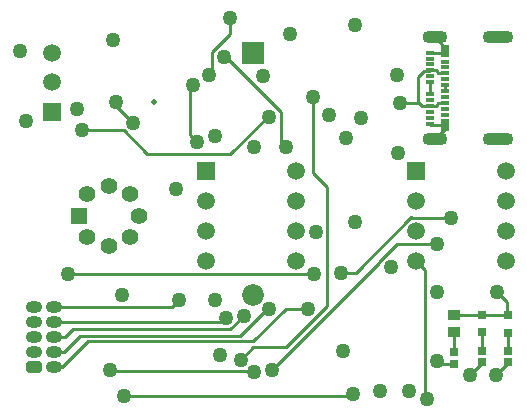
<source format=gbl>
G04*
G04 #@! TF.GenerationSoftware,Altium Limited,CircuitMaker,2.2.1 (2.2.1.6)*
G04*
G04 Layer_Physical_Order=4*
G04 Layer_Color=11436288*
%FSAX24Y24*%
%MOIN*%
G70*
G04*
G04 #@! TF.SameCoordinates,15A7914E-F671-45A4-99F6-4AAA3CFDCD00*
G04*
G04*
G04 #@! TF.FilePolarity,Positive*
G04*
G01*
G75*
%ADD14C,0.0100*%
%ADD21R,0.0591X0.0591*%
%ADD27R,0.0256X0.0276*%
%ADD87C,0.0728*%
%ADD88R,0.0728X0.0728*%
%ADD89R,0.0551X0.0551*%
%ADD90C,0.0551*%
G04:AMPARAMS|DCode=91|XSize=39.4mil|YSize=55.1mil|CornerRadius=0mil|HoleSize=0mil|Usage=FLASHONLY|Rotation=270.000|XOffset=0mil|YOffset=0mil|HoleType=Round|Shape=Octagon|*
%AMOCTAGOND91*
4,1,8,0.0276,0.0098,0.0276,-0.0098,0.0177,-0.0197,-0.0177,-0.0197,-0.0276,-0.0098,-0.0276,0.0098,-0.0177,0.0197,0.0177,0.0197,0.0276,0.0098,0.0*
%
%ADD91OCTAGOND91*%

%ADD92O,0.0551X0.0394*%
%ADD93C,0.0591*%
%ADD94R,0.0591X0.0591*%
%ADD95O,0.0827X0.0433*%
%ADD96O,0.1024X0.0433*%
%ADD97C,0.0500*%
%ADD98C,0.0197*%
%ADD109R,0.0276X0.0394*%
%ADD110R,0.0276X0.0118*%
%ADD111R,0.0315X0.0315*%
%ADD112R,0.0413X0.0374*%
D14*
X027450Y019184D02*
X027940Y018694D01*
Y014738D02*
Y018694D01*
X026572Y013370D02*
X027940Y014738D01*
X027500Y015800D02*
X027550D01*
X027560Y015810D01*
X019300D02*
X027560D01*
X021150Y011750D02*
X028750D01*
X028800Y011800D01*
X020740Y012560D02*
X025490D01*
X019960Y013560D02*
X025462D01*
X019700Y013750D02*
X025045D01*
X019460Y013960D02*
X024712D01*
X024400Y014200D02*
X024550Y014350D01*
X019100Y012700D02*
X019960Y013560D01*
X019150Y013200D02*
X019700Y013750D01*
X019200Y013700D02*
X019460Y013960D01*
X025045Y013750D02*
X025945Y014650D01*
X031520Y023701D02*
X031870Y023350D01*
Y023220D02*
Y023350D01*
X031831Y023181D02*
X031870Y023220D01*
X031358Y023181D02*
X031831D01*
X031520Y020299D02*
X031870Y020650D01*
Y020780D01*
X031398D02*
X031870D01*
X031358Y020819D02*
X031398Y020780D01*
X033935Y014435D02*
Y014865D01*
X032150Y014435D02*
X033935D01*
X033600Y015200D02*
X033935Y014865D01*
X024708Y019810D02*
X025948Y021050D01*
X026000D01*
X022750Y014700D02*
X023000Y014950D01*
X018750Y014700D02*
X022750D01*
X030749Y017685D02*
X032065D01*
X032074Y017676D01*
X030734Y017700D02*
X030749Y017685D01*
X028884Y015850D02*
X030734Y017700D01*
X028400Y015850D02*
X028884D01*
X030248Y016800D02*
X031600D01*
X029660Y016212D02*
X030248Y016800D01*
X029660Y016160D02*
Y016212D01*
X026100Y012600D02*
X029660Y016160D01*
X027450Y019184D02*
Y021700D01*
X025050Y012950D02*
X025470Y013370D01*
X026572D01*
X025490Y012560D02*
X025500Y012550D01*
X020700Y012600D02*
X020740Y012560D01*
X031870Y021902D02*
Y022098D01*
X030900Y021500D02*
X030950Y021550D01*
X030350Y021500D02*
X030900D01*
X030950Y021550D02*
X031083Y021417D01*
X030950Y021550D02*
Y022366D01*
X031167Y022583D01*
X031350D01*
X031358Y022591D01*
X031350Y021417D02*
X031358Y021409D01*
X031083Y021417D02*
X031350D01*
X031862Y021500D02*
X031870Y021508D01*
X031633Y021500D02*
X031862D01*
X031602Y021470D02*
X031633Y021500D01*
X031602Y021409D02*
Y021470D01*
X031358Y021409D02*
X031602D01*
X031862Y022500D02*
X031870Y022492D01*
X031633Y022500D02*
X031862D01*
X031602Y022530D02*
X031633Y022500D01*
X031602Y022530D02*
Y022591D01*
X031358D02*
X031602D01*
X031358Y021803D02*
Y022197D01*
X026552Y014650D02*
X027300D01*
X025462Y013560D02*
X026552Y014650D01*
X018750Y012700D02*
X019100D01*
X025945Y014650D02*
X026000D01*
X018750Y013200D02*
X019150D01*
X018750Y013700D02*
X019200D01*
X024712Y013960D02*
X025150Y014398D01*
Y014407D01*
X018750Y014200D02*
X024400D01*
X031210Y011690D02*
X031250Y011650D01*
X030900Y016250D02*
X031210Y015940D01*
Y011690D02*
Y015940D01*
X031600Y012900D02*
X031687Y012813D01*
X032150D01*
X033550Y012450D02*
X033950Y012850D01*
Y012863D01*
X032700Y012450D02*
X033100Y012850D01*
Y012863D01*
X032054Y012909D02*
X032150Y012813D01*
X024000Y022450D02*
X024110Y022560D01*
Y023212D01*
X024700Y023802D01*
Y024350D01*
X024500Y023102D02*
X026390Y021212D01*
X024500Y023050D02*
Y023102D01*
X023350Y022000D02*
X023450Y022100D01*
X023350Y020450D02*
Y022000D01*
X026390Y020210D02*
X026550Y020050D01*
X026390Y020210D02*
Y021212D01*
X019750Y020600D02*
X021148D01*
X021938Y019810D01*
X024708D01*
X020900Y021400D02*
X021450Y020850D01*
X020900Y021400D02*
Y021550D01*
X023350Y020450D02*
X023600Y020200D01*
X032150Y013200D02*
Y013850D01*
X033100Y013200D02*
Y013850D01*
X033950Y013200D02*
Y013850D01*
D21*
X018750Y021216D02*
D03*
D27*
X033100Y012863D02*
D03*
Y013237D02*
D03*
X033950D02*
D03*
Y012863D02*
D03*
X032150Y013187D02*
D03*
Y012813D02*
D03*
D87*
X025450Y015117D02*
D03*
D88*
Y023183D02*
D03*
D89*
X019650Y017750D02*
D03*
D90*
X019943Y017043D02*
D03*
X020650Y016750D02*
D03*
X021357Y017043D02*
D03*
X021650Y017750D02*
D03*
X021357Y018457D02*
D03*
X020650Y018750D02*
D03*
X019943Y018457D02*
D03*
D91*
X018180Y012700D02*
D03*
D92*
X018820D02*
D03*
X018180Y013200D02*
D03*
X018820D02*
D03*
X018180Y013700D02*
D03*
X018820D02*
D03*
X018180Y014200D02*
D03*
X018820D02*
D03*
X018180Y014700D02*
D03*
X018820D02*
D03*
D93*
X018750Y023184D02*
D03*
Y022200D02*
D03*
X026900Y016250D02*
D03*
Y017250D02*
D03*
Y018250D02*
D03*
Y019250D02*
D03*
X023900Y016250D02*
D03*
Y017250D02*
D03*
Y018250D02*
D03*
X030900D02*
D03*
Y017250D02*
D03*
Y016250D02*
D03*
X033900Y019250D02*
D03*
Y018250D02*
D03*
Y017250D02*
D03*
Y016250D02*
D03*
D94*
X023900Y019250D02*
D03*
X030900D02*
D03*
D95*
X031520Y023701D02*
D03*
Y020299D02*
D03*
D96*
X033630Y023701D02*
D03*
Y020299D02*
D03*
D97*
X019600Y021300D02*
D03*
X020800Y023600D02*
D03*
X027500Y015800D02*
D03*
X028450Y013250D02*
D03*
X030300Y019850D02*
D03*
X030050Y016050D02*
D03*
X029700Y011900D02*
D03*
X024350Y013100D02*
D03*
X024550Y014350D02*
D03*
X024200Y014950D02*
D03*
X033600Y015200D02*
D03*
X028550Y020350D02*
D03*
X028000Y021100D02*
D03*
X024200Y020400D02*
D03*
X028850Y017550D02*
D03*
X025500Y020050D02*
D03*
X027550Y017200D02*
D03*
X029050Y021000D02*
D03*
X031600Y015200D02*
D03*
X030650Y011900D02*
D03*
X023000Y014950D02*
D03*
X021100Y015100D02*
D03*
X022900Y018650D02*
D03*
X025800Y022400D02*
D03*
X026700Y023800D02*
D03*
X028850Y024100D02*
D03*
X017700Y023250D02*
D03*
X017900Y020900D02*
D03*
X030265Y022450D02*
D03*
X032074Y017676D02*
D03*
X031600Y016800D02*
D03*
X019300Y015810D02*
D03*
X028400Y015850D02*
D03*
X020700Y012600D02*
D03*
X025050Y012950D02*
D03*
X025500Y012550D02*
D03*
X026100Y012600D02*
D03*
X030350Y021500D02*
D03*
X027300Y014650D02*
D03*
X025150Y014407D02*
D03*
X026000Y014650D02*
D03*
X028800Y011800D02*
D03*
X021150Y011750D02*
D03*
X031250Y011650D02*
D03*
X032700Y012450D02*
D03*
X031600Y012900D02*
D03*
X033550Y012450D02*
D03*
X024700Y024350D02*
D03*
X024500Y023050D02*
D03*
X024000Y022450D02*
D03*
X023450Y022100D02*
D03*
X026550Y020050D02*
D03*
X019750Y020600D02*
D03*
X021450Y020850D02*
D03*
X020900Y021550D02*
D03*
X023600Y020200D02*
D03*
X026000Y021050D02*
D03*
X027450Y021700D02*
D03*
D98*
X022150Y021550D02*
D03*
D109*
X031870Y020780D02*
D03*
Y023220D02*
D03*
D110*
Y021114D02*
D03*
Y021311D02*
D03*
Y022689D02*
D03*
Y022886D02*
D03*
Y022492D02*
D03*
Y022295D02*
D03*
Y021508D02*
D03*
Y021705D02*
D03*
Y021902D02*
D03*
Y022098D02*
D03*
X031358Y020819D02*
D03*
Y021016D02*
D03*
Y021213D02*
D03*
Y021409D02*
D03*
Y021606D02*
D03*
Y021803D02*
D03*
Y022197D02*
D03*
Y022394D02*
D03*
Y022591D02*
D03*
Y022787D02*
D03*
Y022984D02*
D03*
Y023181D02*
D03*
D111*
X033100Y014445D02*
D03*
Y013855D02*
D03*
X033950Y013850D02*
D03*
Y014450D02*
D03*
D112*
X032150Y013865D02*
D03*
Y014435D02*
D03*
M02*

</source>
